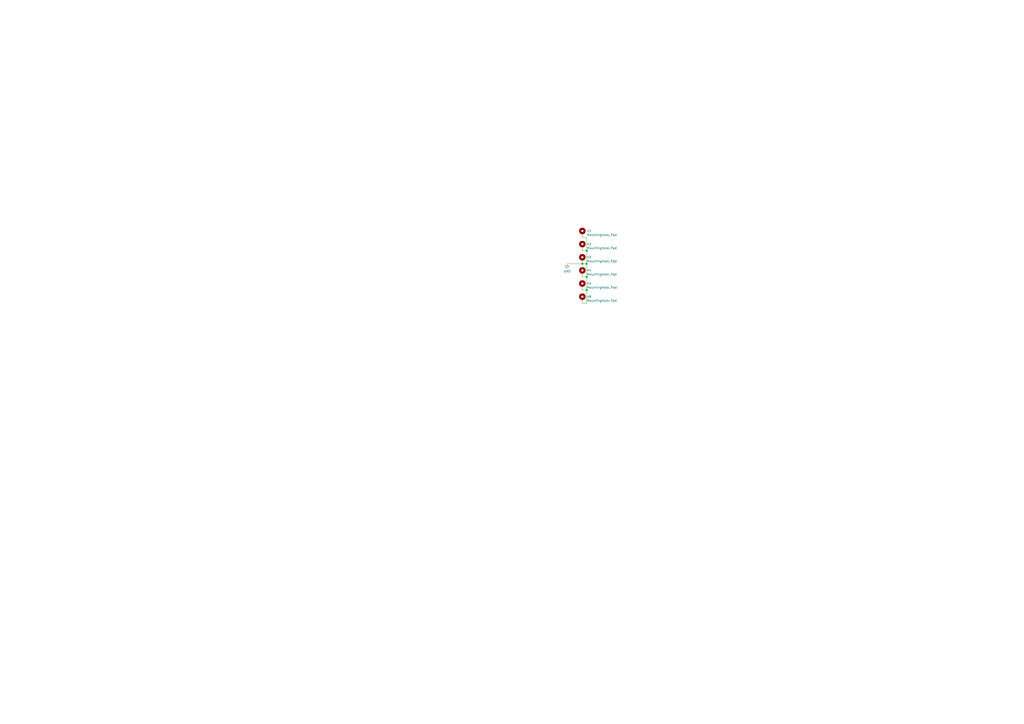
<source format=kicad_sch>
(kicad_sch (version 20201015) (generator eeschema)
  (paper "A2")
  (title_block (title "BlueSof") (date "2020-12-12") (rev "R1"))
  (lib_symbols
    (symbol "Mechanical:MountingHole_Pad" (pin_numbers hide) (pin_names (offset 1.016) hide)
      (property "Reference" "H" (at 0 6.35 0))
      (property "Value" "MountingHole_Pad" (at 0 4.445 0))
      (symbol "MountingHole_Pad_0_1"
        (circle (center 0 1.27) (radius 1.27) (stroke (width 1.27)))
      )
      (symbol "MountingHole_Pad_1_1"
        (pin input line (at 0 -2.54 90) (length 2.54) (name "1") (number "1"))
      )
    )
    (symbol "power:GND" (power) (pin_names (offset 0))
      (property "Value" "GND" (at 0 -3.81 0))
      (symbol "GND_0_1"
        (polyline (pts (xy 0 0) (xy 0 -1.27) (xy 1.27 -1.27) (xy 0 -2.54) (xy -1.27 -1.27) (xy 0 -1.27)))
      )
      (symbol "GND_1_1"
        (pin power_in line (at 0 0 270) (length 0) hide (name "GND") (number "1"))
      )
    )
  )
  (junction (at 337.82 153.035) (diameter 0.9144))
  (junction (at 340.36 145.415) (diameter 0.9144))
  (junction (at 340.36 153.035) (diameter 0.9144))
  (junction (at 340.36 160.655) (diameter 0.9144))
  (junction (at 340.36 168.275) (diameter 0.9144))
  (wire (pts (xy 328.93 153.035) (xy 337.82 153.035)))
  (wire (pts (xy 337.82 137.795) (xy 340.36 137.795)))
  (wire (pts (xy 337.82 145.415) (xy 340.36 145.415)))
  (wire (pts (xy 337.82 153.035) (xy 340.36 153.035)))
  (wire (pts (xy 337.82 160.655) (xy 340.36 160.655)))
  (wire (pts (xy 337.82 168.275) (xy 340.36 168.275)))
  (wire (pts (xy 337.82 175.895) (xy 340.36 175.895)))
  (wire (pts (xy 340.36 137.795) (xy 340.36 145.415)))
  (wire (pts (xy 340.36 145.415) (xy 340.36 153.035)))
  (wire (pts (xy 340.36 153.035) (xy 340.36 160.655)))
  (wire (pts (xy 340.36 160.655) (xy 340.36 168.275)))
  (wire (pts (xy 340.36 168.275) (xy 340.36 175.895)))
  (symbol (lib_id "power:GND") (at 328.93 153.035 0) (unit 1)
    (property "Reference" "#PWR0101" (effects hide))
    (property "Value" "GND" (at 329.0443 157.3594 0))
  )
  (symbol (lib_id "Mechanical:MountingHole_Pad") (at 337.82 135.255 0) (unit 1)
    (property "Reference" "H1" (at 340.3601 133.9786 0) (effects (justify left)))
    (property "Value" "MountingHole_Pad" (at 340.3601 136.2773 0) (effects (justify left)))
    (property "Footprint" "MountingHole:MountingHole_2.2mm_M2_ISO7380_Pad" (effects hide))
  )
  (symbol (lib_id "Mechanical:MountingHole_Pad") (at 337.82 142.875 0) (unit 1)
    (property "Reference" "H2" (at 340.3601 141.5986 0) (effects (justify left)))
    (property "Value" "MountingHole_Pad" (at 340.3601 143.8973 0) (effects (justify left)))
    (property "Footprint" "MountingHole:MountingHole_2.2mm_M2_ISO7380_Pad" (effects hide))
  )
  (symbol (lib_id "Mechanical:MountingHole_Pad") (at 337.82 150.495 0) (unit 1)
    (property "Reference" "H3" (at 340.36 149.219 0) (effects (justify left)))
    (property "Value" "MountingHole_Pad" (at 340.3601 151.5173 0) (effects (justify left)))
    (property "Footprint" "MountingHole:MountingHole_2.2mm_M2_ISO7380_Pad" (effects hide))
  )
  (symbol (lib_id "Mechanical:MountingHole_Pad") (at 337.82 158.115 0) (unit 1)
    (property "Reference" "H4" (at 340.36 156.839 0) (effects (justify left)))
    (property "Value" "MountingHole_Pad" (at 340.3601 159.1373 0) (effects (justify left)))
    (property "Footprint" "MountingHole:MountingHole_2.2mm_M2_ISO7380_Pad" (effects hide))
  )
  (symbol (lib_id "Mechanical:MountingHole_Pad") (at 337.82 165.735 0) (unit 1)
    (property "Reference" "H5" (at 340.36 164.459 0) (effects (justify left)))
    (property "Value" "MountingHole_Pad" (at 340.3601 166.7573 0) (effects (justify left)))
    (property "Footprint" "MountingHole:MountingHole_2.2mm_M2_ISO7380_Pad" (effects hide))
  )
  (symbol (lib_id "Mechanical:MountingHole_Pad") (at 337.82 173.355 0) (unit 1)
    (property "Reference" "H6" (at 340.36 172.079 0) (effects (justify left)))
    (property "Value" "MountingHole_Pad" (at 340.3601 174.3773 0) (effects (justify left)))
    (property "Footprint" "MountingHole:MountingHole_2.2mm_M2_ISO7380_Pad" (effects hide))
  )
)
</source>
